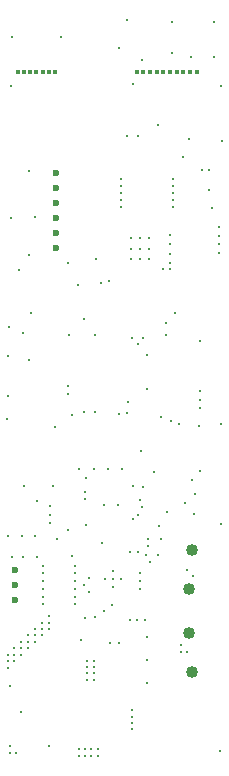
<source format=gbr>
%FSTAX26Y26*%
%MOMM*%
%SFA1B1*%

%IPPOS*%
%ADD95C,0.599999*%
%ADD96C,0.399999*%
%ADD97C,0.299999*%
%ADD98C,0.253999*%
%ADD99C,1.015998*%
%LNpcb_pth_drill-1*%
%LPD*%
G54D95*
X011938Y138684D03*
Y151384D03*
Y164084D03*
X04699Y436372D03*
Y449072D03*
Y461772D03*
Y474472D03*
Y48717174D03*
Y49987174D03*
G54D96*
X15477058Y585724D03*
X16044316D03*
X16611574D03*
X14909774D03*
X14342516D03*
X13775258D03*
X13208D03*
X12640716D03*
X12073458D03*
X115062D03*
X04571974D03*
X04059758D03*
X03547516D03*
X03035274D03*
X02523058D03*
X02010816D03*
X014986D03*
G54D97*
X007874Y009144D03*
X013208D03*
X04112361Y01503857D03*
X06604Y006858D03*
X071374D03*
X076708D03*
X082042D03*
X111252Y02921D03*
Y034544D03*
Y039878D03*
Y045212D03*
X124206Y06858D03*
Y087884D03*
Y107188D03*
X122428Y121666D03*
X115824D03*
X10922D03*
X117856Y147828D03*
Y154686D03*
X11811Y161544D03*
X10199598Y15654578D03*
X126492Y170942D03*
X133604Y177038D03*
X157734Y164084D03*
X163068Y159258D03*
X1524Y10033D03*
Y094742D03*
X157734D03*
X122682Y177038D03*
X116078Y179324D03*
X10922D03*
X12446Y184658D03*
X124714Y189992D03*
X135636Y190754D03*
X133858Y201676D03*
X140716Y212852D03*
X164084Y211836D03*
X18669Y203454D03*
X164338Y228092D03*
X161798Y24003D03*
X156464Y22098D03*
X168656Y24765D03*
X186944Y287528D03*
X168656Y301244D03*
Y308356D03*
Y315468D03*
X16794353Y28575D03*
X135636Y293878D03*
X144526Y290068D03*
X150876Y288036D03*
X12954Y247142D03*
X118618Y264922D03*
X103124Y24989586D03*
X112014Y23495D03*
X120142Y234188D03*
X11811Y22352D03*
X11938Y21717D03*
X116332Y21082D03*
X112268Y207264D03*
X099314Y219202D03*
X087884D03*
X090932Y249936D03*
X07874Y24989586D03*
X066294Y249936D03*
X072644Y242062D03*
X071374Y230378D03*
Y224028D03*
X07239Y202184D03*
X056642Y197612D03*
X060452Y175768D03*
X063246Y16763999D03*
Y161798D03*
Y15494D03*
Y147828D03*
Y14097D03*
X074422Y145542D03*
X070358Y151384D03*
X074422Y156972D03*
X063246Y135128D03*
X071628Y123698D03*
X068072Y104902D03*
X073406Y087376D03*
Y082042D03*
Y076708D03*
Y071374D03*
X079248D03*
Y076708D03*
Y082042D03*
Y087376D03*
X092456Y102616D03*
X099822D03*
X09398Y134112D03*
X087122Y129794D03*
X08001Y124714D03*
X094996Y1495458D03*
Y15654578D03*
X08799576D03*
X094996Y16354577D03*
X085852Y18702604D03*
X042164Y218186D03*
X030988Y222758D03*
X04445Y235458D03*
X042164Y210566D03*
Y203708D03*
X02921Y19304D03*
X03079165Y17520208D03*
X03556Y16763999D03*
X047498Y190246D03*
X03556Y161798D03*
Y15494D03*
Y147828D03*
Y14097D03*
Y135128D03*
X040894Y124968D03*
Y119634D03*
Y1143D03*
X035052Y119634D03*
Y114046D03*
Y108712D03*
X02921D03*
Y114046D03*
Y103378D03*
X023368Y103124D03*
Y09779D03*
X017526D03*
Y103124D03*
Y092456D03*
X011684Y092202D03*
Y09779D03*
X005842Y092202D03*
X023368Y108712D03*
X011684Y086868D03*
X005842D03*
Y081534D03*
X00762Y06604D03*
X01756613Y04374337D03*
X007874Y014986D03*
X06604Y0127D03*
X071374D03*
X076708D03*
X082042D03*
X01883587Y17471186D03*
X00941781Y17498593D03*
X006096Y19304D03*
X018034D03*
X020066Y235458D03*
X04640122Y28489935D03*
X060706Y295656D03*
X070612Y297688D03*
X056896Y313182D03*
X079756Y297688D03*
X100076Y296418D03*
X10687608Y29661408D03*
X107696Y30607D03*
X123698Y3175D03*
X1397Y36322D03*
X168656Y357886D03*
X147828Y381508D03*
X1397Y37338D03*
X13716Y418846D03*
X143256Y418592D03*
X14351Y423926D03*
X143256Y432054D03*
Y440182D03*
Y448056D03*
X145796Y47117D03*
Y477139D03*
Y483108D03*
Y489077D03*
Y495046D03*
X154686Y513588D03*
X17018Y50292D03*
X176276D03*
X17653Y485648D03*
X17907Y470662D03*
X184912Y454152D03*
Y44704D03*
Y439928D03*
Y432816D03*
X1016Y47117D03*
Y477139D03*
Y483108D03*
Y489077D03*
Y495046D03*
X109982Y445008D03*
X117602D03*
X125476D03*
Y436118D03*
X11765178Y43605577D03*
X109982Y436118D03*
Y427228D03*
X117602D03*
X125476D03*
X080518D03*
X085344Y407162D03*
X091948Y408686D03*
X05715Y423672D03*
X065532Y405638D03*
X070612Y376936D03*
X058166Y36322D03*
X056896Y320294D03*
X080264Y362712D03*
X111506Y360934D03*
X120904Y36068D03*
X116078Y355092D03*
X123952Y346202D03*
X024384Y43053D03*
X028702Y462788D03*
X008382Y462534D03*
X015494Y41783D03*
X007366Y369824D03*
X01905Y36449D03*
X005842Y344932D03*
X023876Y34163D03*
X005842Y311658D03*
X00558977Y29224147D03*
X025908Y381762D03*
X024384Y502158D03*
X106934Y531368D03*
X116332D03*
X133604Y541274D03*
X159512Y529336D03*
X187198Y527304D03*
X186944Y574294D03*
X18042178Y5986178D03*
X18092978Y6280818D03*
X16086378Y5986178D03*
X14486178Y6280818D03*
Y6021738D03*
X10726978Y6301138D03*
X10041178Y6064918D03*
X11971578Y5963318D03*
X11176Y575818D03*
X051054Y615188D03*
X009906Y615442D03*
X00889Y574294D03*
G54D98*
X185928Y010922D03*
G54D99*
X16165576Y077486D03*
X159766Y110744D03*
X159512Y147828D03*
X16165576Y18108599D03*
M02*
</source>
